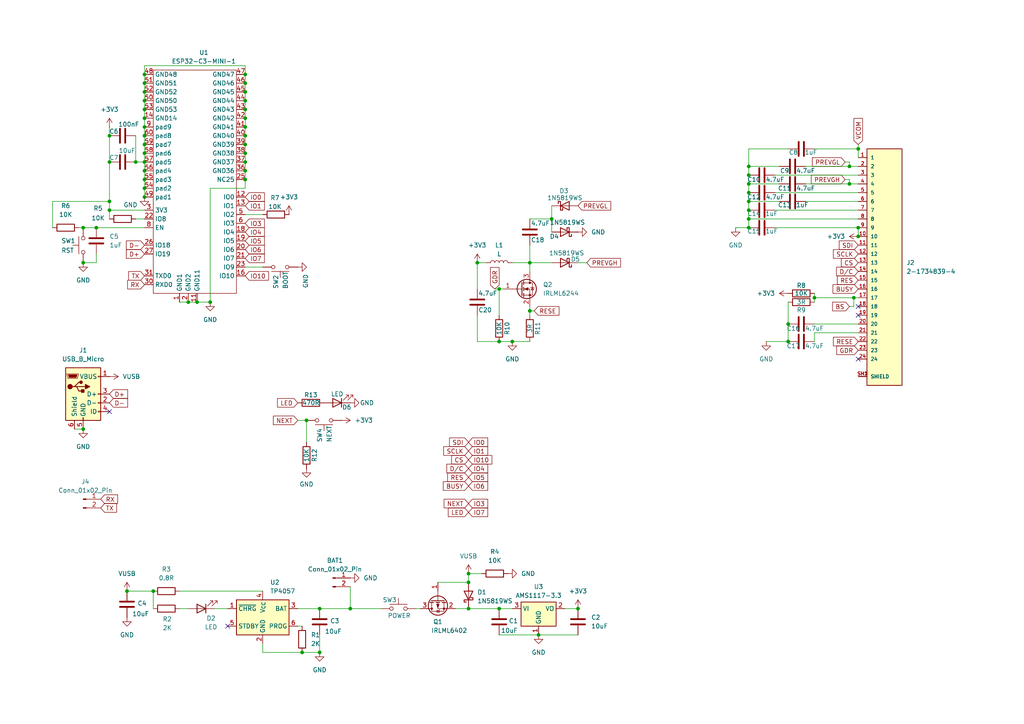
<source format=kicad_sch>
(kicad_sch (version 20250114) (generator "eeschema") (generator_version "9.0")
  (paper "A4")
  (title_block (title "Omni Pin") (date "2025-06-26") (rev "V1.0"))
  (lib_symbols
    (symbol "Battery_Management:TP4057"
      (property "Reference" "U" (at -6.35 6.604 0))
      (property "Value" "TP4057" (at 1.524 6.604 0))
      (symbol "TP4057_1_1"
        (pin open_collector line (at -10.16 2.54 0) (length 2.54) (name "~{CHRG}") (number "1"))
        (pin open_collector line (at -10.16 -2.54 0) (length 2.54) (name "STDBY") (number "5"))
        (pin power_in line (at 0 7.62 270) (length 2.54) (name "V_{CC}") (number "4"))
        (pin power_in line (at 0 -7.62 90) (length 2.54) (name "GND") (number "2"))
        (pin power_out line (at 10.16 2.54 180) (length 2.54) (name "BAT") (number "3"))
        (pin passive line (at 10.16 -2.54 180) (length 2.54) (name "PROG") (number "6"))
      )
    )
    (symbol "Connector:Conn_01x02_Pin" (pin_names (offset 1.016) (hide yes))
      (property "Reference" "J" (at 0 2.54 0))
      (property "Value" "Conn_01x02_Pin" (at 0 -5.08 0))
      (symbol "Conn_01x02_Pin_1_1"
        (pin passive line (at 5.08 0 180) (length 3.81) (name "Pin_1") (number "1"))
        (pin passive line (at 5.08 -2.54 180) (length 3.81) (name "Pin_2") (number "2"))
      )
    )
    (symbol "Connector:USB_B_Micro" (pin_names (offset 1.016))
      (property "Reference" "J" (at -5.08 11.43 0))
      (property "Value" "USB_B_Micro" (at -5.08 8.89 0))
      (symbol "USB_B_Micro_1_1"
        (pin passive line (at -2.54 -10.16 90) (length 2.54) (name "Shield") (number "6"))
        (pin power_out line (at 0 -10.16 90) (length 2.54) (name "GND") (number "5"))
        (pin power_out line (at 7.62 5.08 180) (length 2.54) (name "VBUS") (number "1"))
        (pin bidirectional line (at 7.62 0 180) (length 2.54) (name "D+") (number "3"))
        (pin bidirectional line (at 7.62 -2.54 180) (length 2.54) (name "D-") (number "2"))
        (pin passive line (at 7.62 -5.08 180) (length 2.54) (name "ID") (number "4"))
      )
    )
    (symbol "Device:C" (pin_numbers (hide yes)) (pin_names (offset 0.254))
      (property "Reference" "C" (at 0.635 2.54 0))
      (property "Value" "C" (at 0.635 -2.54 0))
      (symbol "C_1_1"
        (pin passive line (at 0 3.81 270) (length 2.794) (name "~") (number "1"))
        (pin passive line (at 0 -3.81 90) (length 2.794) (name "~") (number "2"))
      )
    )
    (symbol "Device:L" (pin_numbers (hide yes)) (pin_names (offset 1.016) (hide yes))
      (property "Reference" "L" (at -1.27 0 90))
      (property "Value" "L" (at 1.905 0 90))
      (symbol "L_1_1"
        (pin passive line (at 0 3.81 270) (length 1.27) (name "1") (number "1"))
        (pin passive line (at 0 -3.81 90) (length 1.27) (name "2") (number "2"))
      )
    )
    (symbol "Device:LED" (pin_numbers (hide yes)) (pin_names (offset 1.016) (hide yes))
      (property "Reference" "D" (at 0 2.54 0))
      (property "Value" "LED" (at 0 -2.54 0))
      (symbol "LED_1_1"
        (pin passive line (at -3.81 0 0) (length 2.54) (name "K") (number "1"))
        (pin passive line (at 3.81 0 180) (length 2.54) (name "A") (number "2"))
      )
    )
    (symbol "Device:R" (pin_numbers (hide yes)) (pin_names (offset 0))
      (property "Reference" "R" (at 2.032 0 90))
      (property "Value" "R" (at 0 0 90))
      (symbol "R_1_1"
        (pin passive line (at 0 3.81 270) (length 1.27) (name "~") (number "1"))
        (pin passive line (at 0 -3.81 90) (length 1.27) (name "~") (number "2"))
      )
    )
    (symbol "Diode:1N5819WS" (pin_numbers (hide yes)) (pin_names (offset 1.016) (hide yes))
      (property "Reference" "D" (at 0 2.54 0))
      (property "Value" "1N5819WS" (at 0 -2.54 0))
      (symbol "1N5819WS_1_1"
        (pin passive line (at -3.81 0 0) (length 2.54) (name "K") (number "1"))
        (pin passive line (at 3.81 0 180) (length 2.54) (name "A") (number "2"))
      )
    )
    (symbol "ESP32:ESP32-C3-MINI-1"
      (property "Reference" "U" (at 10.16 -17.78 0))
      (property "Value" "ESP32-C3-MINI-1" (at 15.24 -21.59 0))
      (symbol "ESP32-C3-MINI-1_0_0"
        (text "" (at 6.35 -25.4 0) (effects (font (size 1.27 1.27))))
        (text "" (at 16.51 2.54 0) (effects (font (size 1.27 1.27))))
        (pin power_out line (at -15.24 46.99 0) (length 2.54) (name "GND48") (number "48"))
        (pin power_out line (at -15.24 44.45 0) (length 2.54) (name "GND51") (number "51"))
        (pin power_out line (at -15.24 41.91 0) (length 2.54) (name "GND52") (number "52"))
        (pin power_out line (at -15.24 39.37 0) (length 2.54) (name "GND50") (number "50"))
        (pin power_out line (at -15.24 36.83 0) (length 2.54) (name "GND53") (number "53"))
        (pin power_out line (at -15.24 34.29 0) (length 2.54) (name "GND14") (number "14"))
        (pin power_out line (at -15.24 29.21 0) (length 2.54) (name "pad8") (number "60"))
        (pin power_out line (at -15.24 26.67 0) (length 2.54) (name "pad7") (number "59"))
        (pin power_out line (at -15.24 24.13 0) (length 2.54) (name "pad6") (number "58"))
        (pin power_out line (at -15.24 21.59 0) (length 2.54) (name "pad5") (number "57"))
        (pin power_out line (at -15.24 19.05 0) (length 2.54) (name "pad4") (number "56"))
        (pin power_out line (at -15.24 16.51 0) (length 2.54) (name "pad3") (number "55"))
        (pin power_out line (at -15.24 13.97 0) (length 2.54) (name "pad2") (number "54"))
        (pin power_out line (at -15.24 11.43 0) (length 2.54) (name "pad1") (number "49"))
        (pin power_out line (at -2.54 -19.05 90) (length 2.54) (name "GND2") (number "2"))
        (pin power_out line (at 0 -19.05 90) (length 2.54) (name "GND11") (number "11"))
        (pin power_out line (at 13.97 46.99 180) (length 2.54) (name "GND47") (number "47"))
        (pin power_out line (at 13.97 44.45 180) (length 2.54) (name "GND46") (number "46"))
        (pin power_out line (at 13.97 41.91 180) (length 2.54) (name "GND45") (number "45"))
        (pin power_out line (at 13.97 39.37 180) (length 2.54) (name "GND44") (number "44"))
        (pin power_out line (at 13.97 36.83 180) (length 2.54) (name "GND43") (number "43"))
        (pin power_out line (at 13.97 34.29 180) (length 2.54) (name "GND42") (number "42"))
        (pin power_out line (at 13.97 31.75 180) (length 2.54) (name "GND41") (number "41"))
        (pin power_out line (at 13.97 29.21 180) (length 2.54) (name "GND40") (number "40"))
        (pin power_out line (at 13.97 26.67 180) (length 2.54) (name "GND39") (number "39"))
        (pin power_out line (at 13.97 24.13 180) (length 2.54) (name "GND38") (number "38"))
        (pin power_out line (at 13.97 21.59 180) (length 2.54) (name "GND37") (number "37"))
        (pin power_out line (at 13.97 19.05 180) (length 2.54) (name "GND36") (number "36"))
      )
      (symbol "ESP32-C3-MINI-1_1_1"
        (pin power_out line (at -15.24 31.75 0) (length 2.54) (name "pad9") (number "9"))
        (pin power_in line (at -15.24 7.62 0) (length 2.54) (name "3V3") (number "3"))
        (pin input line (at -15.24 5.08 0) (length 2.54) (name "IO8") (number "22"))
        (pin input line (at -15.24 2.54 0) (length 2.54) (name "EN") (number "8"))
        (pin input line (at -15.24 -2.54 0) (length 2.54) (name "IO18") (number "26"))
        (pin input line (at -15.24 -5.08 0) (length 2.54) (name "IO19") (number "27"))
        (pin output line (at -15.24 -11.43 0) (length 2.54) (name "TXD0") (number "31"))
        (pin input line (at -15.24 -13.97 0) (length 2.54) (name "RXD0") (number "30"))
        (pin power_out line (at -5.08 -19.05 90) (length 2.54) (name "GND1") (number "1"))
        (pin power_out line (at 13.97 16.51 180) (length 2.54) (name "NC25") (number "25"))
        (pin input line (at 13.97 11.43 180) (length 2.54) (name "IO0") (number "12"))
        (pin input line (at 13.97 8.89 180) (length 2.54) (name "IO1") (number "13"))
        (pin input line (at 13.97 6.35 180) (length 2.54) (name "IO2") (number "5"))
        (pin input line (at 13.97 3.81 180) (length 2.54) (name "IO3") (number "6"))
        (pin input line (at 13.97 1.27 180) (length 2.54) (name "IO4") (number "18"))
        (pin input line (at 13.97 -1.27 180) (length 2.54) (name "IO5") (number "19"))
        (pin input line (at 13.97 -3.81 180) (length 2.54) (name "IO6") (number "20"))
        (pin input line (at 13.97 -6.35 180) (length 2.54) (name "IO7") (number "21"))
        (pin input line (at 13.97 -8.89 180) (length 2.54) (name "IO9") (number "23"))
        (pin input line (at 13.97 -11.43 180) (length 2.54) (name "IO10") (number "16"))
        (pin no_connect line (at 46.355 20.955 270) (length 2.54) (hide yes) (name "NC4") (number "4"))
        (pin no_connect line (at 48.26 20.955 270) (length 2.54) (hide yes) (name "NC7") (number "7"))
        (pin no_connect line (at 52.07 20.955 270) (length 2.54) (hide yes) (name "NC10") (number "10"))
        (pin no_connect line (at 53.975 20.955 270) (length 2.54) (hide yes) (name "NC15") (number "15"))
        (pin no_connect line (at 54.61 20.955 270) (length 2.54) (hide yes) (name "NC24") (number "24"))
        (pin no_connect line (at 55.88 20.955 270) (length 2.54) (hide yes) (name "NC17") (number "17"))
        (pin no_connect line (at 58.42 20.955 270) (length 2.54) (hide yes) (name "NC28") (number "28"))
        (pin no_connect line (at 60.325 20.955 270) (length 2.54) (hide yes) (name "NC29") (number "29"))
        (pin no_connect line (at 62.23 20.955 270) (length 2.54) (hide yes) (name "NC32") (number "32"))
        (pin no_connect line (at 64.135 20.955 270) (length 2.54) (hide yes) (name "NC33") (number "33"))
        (pin no_connect line (at 66.04 20.955 270) (length 2.54) (hide yes) (name "NC34") (number "34"))
        (pin no_connect line (at 67.945 20.955 270) (length 2.54) (hide yes) (name "NC35") (number "35"))
      )
    )
    (symbol "FPC:2-1734839-4" (pin_names (offset 1.016))
      (property "Reference" "J" (at -5.0895 33.6848 0))
      (property "Value" "2-1734839-4" (at -5.0985 -38.1646 0))
      (symbol "2-1734839-4_0_0"
        (pin passive line (at -7.62 30.48 0) (length 2.54) (name "1") (number "1"))
        (pin passive line (at -7.62 27.94 0) (length 2.54) (name "2") (number "2"))
        (pin passive line (at -7.62 25.4 0) (length 2.54) (name "3") (number "3"))
        (pin passive line (at -7.62 22.86 0) (length 2.54) (name "4") (number "4"))
        (pin passive line (at -7.62 20.32 0) (length 2.54) (name "5") (number "5"))
        (pin passive line (at -7.62 17.78 0) (length 2.54) (name "6") (number "6"))
        (pin passive line (at -7.62 15.24 0) (length 2.54) (name "7") (number "7"))
        (pin passive line (at -7.62 12.7 0) (length 2.54) (name "8") (number "8"))
        (pin passive line (at -7.62 10.16 0) (length 2.54) (name "9") (number "9"))
        (pin passive line (at -7.62 7.62 0) (length 2.54) (name "10") (number "10"))
        (pin passive line (at -7.62 5.08 0) (length 2.54) (name "11") (number "11"))
        (pin passive line (at -7.62 2.54 0) (length 2.54) (name "12") (number "12"))
        (pin passive line (at -7.62 0 0) (length 2.54) (name "13") (number "13"))
        (pin passive line (at -7.62 -2.54 0) (length 2.54) (name "14") (number "14"))
        (pin passive line (at -7.62 -5.08 0) (length 2.54) (name "15") (number "15"))
        (pin passive line (at -7.62 -7.62 0) (length 2.54) (name "16") (number "16"))
        (pin passive line (at -7.62 -10.16 0) (length 2.54) (name "17") (number "17"))
        (pin passive line (at -7.62 -12.7 0) (length 2.54) (name "18") (number "18"))
        (pin passive line (at -7.62 -15.24 0) (length 2.54) (name "19") (number "19"))
        (pin passive line (at -7.62 -17.78 0) (length 2.54) (name "20") (number "20"))
        (pin passive line (at -7.62 -20.32 0) (length 2.54) (name "21") (number "21"))
        (pin passive line (at -7.62 -22.86 0) (length 2.54) (name "22") (number "22"))
        (pin passive line (at -7.62 -25.4 0) (length 2.54) (name "23") (number "23"))
        (pin passive line (at -7.62 -27.94 0) (length 2.54) (name "24") (number "24"))
        (pin passive line (at -7.62 -33.02 0) (length 2.54) (name "SHIELD") (number "SH1"))
        (pin passive line (at -7.62 -33.02 0) (length 2.54) (name "SHIELD") (number "SH2"))
      )
    )
    (symbol "Regulator_Linear:AMS1117-3.3"
      (property "Reference" "U" (at -3.81 3.175 0))
      (property "Value" "AMS1117-3.3" (at 0 3.175 0))
      (symbol "AMS1117-3.3_1_1"
        (pin power_in line (at -7.62 0 0) (length 2.54) (name "VI") (number "3"))
        (pin power_in line (at 0 -7.62 90) (length 2.54) (name "GND") (number "1"))
        (pin power_out line (at 7.62 0 180) (length 2.54) (name "VO") (number "2"))
      )
    )
    (symbol "Switch:SW_Push" (pin_numbers (hide yes)) (pin_names (offset 1.016) (hide yes))
      (property "Reference" "SW" (at 1.27 2.54 0))
      (property "Value" "SW_Push" (at 0 -1.524 0))
      (symbol "SW_Push_0_1"
        (pin passive line (at -5.08 0 0) (length 2.54) (name "1") (number "1"))
        (pin passive line (at 5.08 0 180) (length 2.54) (name "2") (number "2"))
      )
    )
    (symbol "Transistor_FET:IRLML6244" (pin_names (hide yes))
      (property "Reference" "Q" (at 5.08 1.905 0))
      (property "Value" "IRLML6244" (at 5.08 0 0))
      (symbol "IRLML6244_1_1"
        (pin input line (at -5.08 0 0) (length 2.54) (name "G") (number "1"))
        (pin passive line (at 2.54 5.08 270) (length 2.54) (name "D") (number "3"))
        (pin passive line (at 2.54 -5.08 90) (length 2.54) (name "S") (number "2"))
      )
    )
    (symbol "Transistor_FET:IRLML6402" (pin_names (hide yes))
      (property "Reference" "Q" (at 5.08 1.905 0))
      (property "Value" "IRLML6402" (at 5.08 0 0))
      (symbol "IRLML6402_1_1"
        (pin input line (at -5.08 0 0) (length 2.54) (name "G") (number "1"))
        (pin passive line (at 2.54 5.08 270) (length 2.54) (name "D") (number "3"))
        (pin passive line (at 2.54 -5.08 90) (length 2.54) (name "S") (number "2"))
      )
    )
    (symbol "power:+3V3" (power) (pin_numbers (hide yes)) (pin_names (offset 0) (hide yes))
      (property "Value" "+3V3" (at 0 3.556 0))
      (symbol "+3V3_1_1"
        (pin power_in line (at 0 0 90) (length 0) (name "~") (number "1"))
      )
    )
    (symbol "power:GND" (power) (pin_numbers (hide yes)) (pin_names (offset 0) (hide yes))
      (property "Value" "GND" (at 0 -3.81 0))
      (symbol "GND_1_1"
        (pin power_in line (at 0 0 270) (length 0) (name "~") (number "1"))
      )
    )
    (symbol "power:VBUS" (power) (pin_numbers (hide yes)) (pin_names (offset 0) (hide yes))
      (property "Value" "VBUS" (at 0 3.556 0))
      (symbol "VBUS_1_1"
        (pin power_in line (at 0 0 90) (length 0) (name "~") (number "1"))
      )
    )
  )
  (junction (at 144.78 99.06))
  (junction (at 41.91 57.15))
  (junction (at 135.89 168.91))
  (junction (at 41.91 54.61))
  (junction (at 236.22 86.36))
  (junction (at 41.91 29.21))
  (junction (at 71.12 46.99))
  (junction (at 41.91 31.75))
  (junction (at 41.91 36.83))
  (junction (at 247.65 86.36))
  (junction (at 60.96 87.63))
  (junction (at 217.17 53.34))
  (junction (at 248.92 43.18))
  (junction (at 144.78 176.53))
  (junction (at 248.92 66.04))
  (junction (at 31.75 58.42))
  (junction (at 41.91 44.45))
  (junction (at 217.17 66.04))
  (junction (at 156.21 184.15))
  (junction (at 153.67 90.17))
  (junction (at 39.37 46.99))
  (junction (at 54.61 87.63))
  (junction (at 31.75 46.99))
  (junction (at 31.75 39.37))
  (junction (at 41.91 26.67))
  (junction (at 71.12 41.91))
  (junction (at 217.17 58.42))
  (junction (at 41.91 41.91))
  (junction (at 246.38 48.26))
  (junction (at 71.12 52.07))
  (junction (at 24.13 124.46))
  (junction (at 31.75 60.96))
  (junction (at 144.78 83.82))
  (junction (at 248.92 68.58))
  (junction (at 88.9 121.92))
  (junction (at 71.12 24.13))
  (junction (at 148.59 99.06))
  (junction (at 71.12 36.83))
  (junction (at 160.02 63.5))
  (junction (at 71.12 26.67))
  (junction (at 217.17 50.8))
  (junction (at 41.91 46.99))
  (junction (at 44.45 171.45))
  (junction (at 228.6 93.98))
  (junction (at 71.12 34.29))
  (junction (at 101.6 176.53))
  (junction (at 138.43 76.2))
  (junction (at 246.38 53.34))
  (junction (at 217.17 60.96))
  (junction (at 71.12 21.59))
  (junction (at 92.71 189.23))
  (junction (at 41.91 52.07))
  (junction (at 217.17 48.26))
  (junction (at 24.13 76.2))
  (junction (at 41.91 24.13))
  (junction (at 36.83 171.45))
  (junction (at 217.17 55.88))
  (junction (at 71.12 44.45))
  (junction (at 57.15 87.63))
  (junction (at 87.63 189.23))
  (junction (at 153.67 76.2))
  (junction (at 41.91 34.29))
  (junction (at 27.94 66.04))
  (junction (at 71.12 31.75))
  (junction (at 135.89 166.37))
  (junction (at 24.13 66.04))
  (junction (at 71.12 49.53))
  (junction (at 217.17 63.5))
  (junction (at 228.6 99.06))
  (junction (at 135.89 176.53))
  (junction (at 41.91 49.53))
  (junction (at 71.12 29.21))
  (junction (at 167.64 176.53))
  (junction (at 71.12 39.37))
  (junction (at 41.91 21.59))
  (junction (at 92.71 176.53))
  (junction (at 41.91 39.37))
  (no_connect (at 248.92 91.44))
  (no_connect (at 248.92 88.9))
  (no_connect (at 66.04 181.61))
  (no_connect (at 31.75 119.38))
  (no_connect (at 248.92 104.14))
  (wire (pts (xy 27.94 76.2) (xy 27.94 73.66)))
  (wire (pts (xy 52.07 87.63) (xy 54.61 87.63)))
  (wire (pts (xy 247.65 88.9) (xy 247.65 86.36)))
  (wire (pts (xy 247.65 86.36) (xy 248.92 86.36)))
  (wire (pts (xy 153.67 71.12) (xy 153.67 76.2)))
  (wire (pts (xy 236.22 86.36) (xy 236.22 87.63)))
  (wire (pts (xy 60.96 54.61) (xy 71.12 54.61)))
  (wire (pts (xy 144.78 176.53) (xy 148.59 176.53)))
  (wire (pts (xy 135.89 166.37) (xy 135.89 168.91)))
  (wire (pts (xy 31.75 58.42) (xy 31.75 60.96)))
  (wire (pts (xy 156.21 184.15) (xy 167.64 184.15)))
  (wire (pts (xy 236.22 85.09) (xy 236.22 86.36)))
  (wire (pts (xy 222.25 99.06) (xy 228.6 99.06)))
  (wire (pts (xy 224.79 60.96) (xy 248.92 60.96)))
  (wire (pts (xy 248.92 41.91) (xy 248.92 43.18)))
  (wire (pts (xy 71.12 31.75) (xy 71.12 34.29)))
  (wire (pts (xy 144.78 184.15) (xy 156.21 184.15)))
  (wire (pts (xy 154.94 90.17) (xy 153.67 90.17)))
  (wire (pts (xy 228.6 93.98) (xy 228.6 99.06)))
  (wire (pts (xy 31.75 46.99) (xy 31.75 58.42)))
  (wire (pts (xy 224.79 50.8) (xy 248.92 50.8)))
  (wire (pts (xy 246.38 48.26) (xy 248.92 48.26)))
  (wire (pts (xy 87.63 189.23) (xy 92.71 189.23)))
  (wire (pts (xy 144.78 83.82) (xy 146.05 83.82)))
  (wire (pts (xy 71.12 54.61) (xy 71.12 52.07)))
  (wire (pts (xy 24.13 76.2) (xy 27.94 76.2)))
  (wire (pts (xy 41.91 21.59) (xy 41.91 24.13)))
  (wire (pts (xy 41.91 49.53) (xy 41.91 52.07)))
  (wire (pts (xy 246.38 46.99) (xy 246.38 48.26)))
  (wire (pts (xy 101.6 170.18) (xy 101.6 176.53)))
  (wire (pts (xy 248.92 66.04) (xy 248.92 68.58)))
  (wire (pts (xy 71.12 41.91) (xy 71.12 44.45)))
  (wire (pts (xy 71.12 34.29) (xy 71.12 36.83)))
  (wire (pts (xy 39.37 46.99) (xy 41.91 46.99)))
  (wire (pts (xy 76.2 189.23) (xy 87.63 189.23)))
  (wire (pts (xy 52.07 176.53) (xy 54.61 176.53)))
  (wire (pts (xy 15.24 58.42) (xy 15.24 66.04)))
  (wire (pts (xy 92.71 189.23) (xy 92.71 184.15)))
  (wire (pts (xy 41.91 26.67) (xy 41.91 29.21)))
  (wire (pts (xy 153.67 76.2) (xy 160.02 76.2)))
  (wire (pts (xy 71.12 77.47) (xy 76.2 77.47)))
  (wire (pts (xy 62.23 176.53) (xy 66.04 176.53)))
  (wire (pts (xy 41.91 39.37) (xy 41.91 41.91)))
  (wire (pts (xy 248.92 43.18) (xy 248.92 45.72)))
  (wire (pts (xy 167.64 76.2) (xy 170.18 76.2)))
  (wire (pts (xy 138.43 76.2) (xy 140.97 76.2)))
  (wire (pts (xy 217.17 53.34) (xy 226.06 53.34)))
  (wire (pts (xy 143.51 83.82) (xy 144.78 83.82)))
  (wire (pts (xy 31.75 39.37) (xy 31.75 46.99)))
  (wire (pts (xy 217.17 53.34) (xy 217.17 55.88)))
  (wire (pts (xy 120.65 176.53) (xy 121.92 176.53)))
  (wire (pts (xy 31.75 58.42) (xy 15.24 58.42)))
  (wire (pts (xy 41.91 29.21) (xy 41.91 31.75)))
  (wire (pts (xy 22.86 66.04) (xy 24.13 66.04)))
  (wire (pts (xy 217.17 60.96) (xy 217.17 63.5)))
  (wire (pts (xy 24.13 66.04) (xy 27.94 66.04)))
  (wire (pts (xy 153.67 99.06) (xy 148.59 99.06)))
  (wire (pts (xy 101.6 176.53) (xy 110.49 176.53)))
  (wire (pts (xy 217.17 55.88) (xy 217.17 58.42)))
  (wire (pts (xy 236.22 86.36) (xy 247.65 86.36)))
  (wire (pts (xy 224.79 55.88) (xy 248.92 55.88)))
  (wire (pts (xy 236.22 96.52) (xy 248.92 96.52)))
  (wire (pts (xy 71.12 39.37) (xy 71.12 41.91)))
  (wire (pts (xy 217.17 58.42) (xy 226.06 58.42)))
  (wire (pts (xy 233.68 48.26) (xy 246.38 48.26)))
  (wire (pts (xy 236.22 93.98) (xy 248.92 93.98)))
  (wire (pts (xy 31.75 63.5) (xy 31.75 60.96)))
  (wire (pts (xy 246.38 53.34) (xy 233.68 53.34)))
  (wire (pts (xy 44.45 171.45) (xy 44.45 176.53)))
  (wire (pts (xy 39.37 39.37) (xy 39.37 46.99)))
  (wire (pts (xy 36.83 171.45) (xy 44.45 171.45)))
  (wire (pts (xy 246.38 88.9) (xy 247.65 88.9)))
  (wire (pts (xy 41.91 24.13) (xy 41.91 26.67)))
  (wire (pts (xy 127 168.91) (xy 135.89 168.91)))
  (wire (pts (xy 41.91 19.05) (xy 71.12 19.05)))
  (wire (pts (xy 71.12 62.23) (xy 76.2 62.23)))
  (wire (pts (xy 245.11 46.99) (xy 246.38 46.99)))
  (wire (pts (xy 246.38 52.07) (xy 246.38 53.34)))
  (wire (pts (xy 60.96 87.63) (xy 60.96 54.61)))
  (wire (pts (xy 139.7 166.37) (xy 135.89 166.37)))
  (wire (pts (xy 41.91 52.07) (xy 41.91 54.61)))
  (wire (pts (xy 76.2 186.69) (xy 76.2 189.23)))
  (wire (pts (xy 86.36 121.92) (xy 88.9 121.92)))
  (wire (pts (xy 71.12 29.21) (xy 71.12 31.75)))
  (wire (pts (xy 153.67 63.5) (xy 160.02 63.5)))
  (wire (pts (xy 71.12 24.13) (xy 71.12 26.67)))
  (wire (pts (xy 71.12 52.07) (xy 71.12 49.53)))
  (wire (pts (xy 233.68 58.42) (xy 248.92 58.42)))
  (wire (pts (xy 21.59 124.46) (xy 24.13 124.46)))
  (wire (pts (xy 41.91 41.91) (xy 41.91 44.45)))
  (wire (pts (xy 39.37 63.5) (xy 41.91 63.5)))
  (wire (pts (xy 71.12 19.05) (xy 71.12 21.59)))
  (wire (pts (xy 92.71 176.53) (xy 101.6 176.53)))
  (wire (pts (xy 71.12 36.83) (xy 71.12 39.37)))
  (wire (pts (xy 144.78 83.82) (xy 144.78 91.44)))
  (wire (pts (xy 217.17 63.5) (xy 248.92 63.5)))
  (wire (pts (xy 217.17 50.8) (xy 217.17 53.34)))
  (wire (pts (xy 86.36 176.53) (xy 92.71 176.53)))
  (wire (pts (xy 153.67 90.17) (xy 153.67 91.44)))
  (wire (pts (xy 217.17 63.5) (xy 217.17 66.04)))
  (wire (pts (xy 57.15 87.63) (xy 60.96 87.63)))
  (wire (pts (xy 41.91 57.15) (xy 41.91 54.61)))
  (wire (pts (xy 132.08 176.53) (xy 135.89 176.53)))
  (wire (pts (xy 228.6 43.18) (xy 217.17 43.18)))
  (wire (pts (xy 41.91 44.45) (xy 41.91 46.99)))
  (wire (pts (xy 213.36 66.04) (xy 217.17 66.04)))
  (wire (pts (xy 144.78 99.06) (xy 148.59 99.06)))
  (wire (pts (xy 31.75 60.96) (xy 41.91 60.96)))
  (wire (pts (xy 41.91 21.59) (xy 41.91 19.05)))
  (wire (pts (xy 148.59 76.2) (xy 153.67 76.2)))
  (wire (pts (xy 160.02 63.5) (xy 160.02 67.31)))
  (wire (pts (xy 41.91 34.29) (xy 41.91 36.83)))
  (wire (pts (xy 217.17 48.26) (xy 217.17 50.8)))
  (wire (pts (xy 217.17 48.26) (xy 226.06 48.26)))
  (wire (pts (xy 41.91 31.75) (xy 41.91 34.29)))
  (wire (pts (xy 248.92 43.18) (xy 236.22 43.18)))
  (wire (pts (xy 52.07 171.45) (xy 76.2 171.45)))
  (wire (pts (xy 41.91 46.99) (xy 41.91 49.53)))
  (wire (pts (xy 138.43 91.44) (xy 138.43 99.06)))
  (wire (pts (xy 86.36 181.61) (xy 87.63 181.61)))
  (wire (pts (xy 135.89 176.53) (xy 144.78 176.53)))
  (wire (pts (xy 228.6 87.63) (xy 228.6 93.98)))
  (wire (pts (xy 217.17 43.18) (xy 217.17 48.26)))
  (wire (pts (xy 160.02 59.69) (xy 160.02 63.5)))
  (wire (pts (xy 88.9 128.27) (xy 88.9 121.92)))
  (wire (pts (xy 246.38 53.34) (xy 248.92 53.34)))
  (wire (pts (xy 163.83 176.53) (xy 167.64 176.53)))
  (wire (pts (xy 27.94 66.04) (xy 41.91 66.04)))
  (wire (pts (xy 245.11 52.07) (xy 246.38 52.07)))
  (wire (pts (xy 71.12 21.59) (xy 71.12 24.13)))
  (wire (pts (xy 236.22 99.06) (xy 236.22 96.52)))
  (wire (pts (xy 54.61 87.63) (xy 57.15 87.63)))
  (wire (pts (xy 138.43 83.82) (xy 138.43 76.2)))
  (wire (pts (xy 71.12 44.45) (xy 71.12 46.99)))
  (wire (pts (xy 224.79 66.04) (xy 248.92 66.04)))
  (wire (pts (xy 31.75 36.83) (xy 31.75 39.37)))
  (wire (pts (xy 71.12 46.99) (xy 71.12 49.53)))
  (wire (pts (xy 71.12 26.67) (xy 71.12 29.21)))
  (wire (pts (xy 153.67 88.9) (xy 153.67 90.17)))
  (wire (pts (xy 41.91 36.83) (xy 41.91 39.37)))
  (wire (pts (xy 138.43 99.06) (xy 144.78 99.06)))
  (wire (pts (xy 153.67 76.2) (xy 153.67 78.74)))
  (wire (pts (xy 217.17 58.42) (xy 217.17 60.96)))
  (global_label "IO5" (shape input) (at 71.12 69.85 0) (property "Intersheetrefs" "${INTERSHEET_REFS}" (effects (hide yes))))
  (global_label "LED" (shape input) (at 86.36 116.84 180) (property "Intersheetrefs" "${INTERSHEET_REFS}" (effects (hide yes))))
  (global_label "LED" (shape input) (at 135.89 148.59 180) (property "Intersheetrefs" "${INTERSHEET_REFS}" (effects (hide yes))))
  (global_label "IO0" (shape input) (at 71.12 57.15 0) (property "Intersheetrefs" "${INTERSHEET_REFS}" (effects (hide yes))))
  (global_label "PREVGH" (shape input) (at 170.18 76.2 0) (property "Intersheetrefs" "${INTERSHEET_REFS}" (effects (hide yes))))
  (global_label "D-" (shape input) (at 31.75 116.84 0) (property "Intersheetrefs" "${INTERSHEET_REFS}" (effects (hide yes))))
  (global_label "CS" (shape input) (at 248.92 76.2 180) (property "Intersheetrefs" "${INTERSHEET_REFS}" (effects (hide yes))))
  (global_label "IO5" (shape input) (at 135.89 138.43 0) (property "Intersheetrefs" "${INTERSHEET_REFS}" (effects (hide yes))))
  (global_label "RX" (shape input) (at 41.91 82.55 180) (property "Intersheetrefs" "${INTERSHEET_REFS}" (effects (hide yes))))
  (global_label "IO6" (shape input) (at 71.12 72.39 0) (property "Intersheetrefs" "${INTERSHEET_REFS}" (effects (hide yes))))
  (global_label "RESE" (shape input) (at 154.94 90.17 0) (property "Intersheetrefs" "${INTERSHEET_REFS}" (effects (hide yes))))
  (global_label "D+" (shape input) (at 31.75 114.3 0) (property "Intersheetrefs" "${INTERSHEET_REFS}" (effects (hide yes))))
  (global_label "IO10" (shape input) (at 135.89 133.35 0) (property "Intersheetrefs" "${INTERSHEET_REFS}" (effects (hide yes))))
  (global_label "IO3" (shape input) (at 135.89 146.05 0) (property "Intersheetrefs" "${INTERSHEET_REFS}" (effects (hide yes))))
  (global_label "BUSY" (shape input) (at 248.92 83.82 180) (property "Intersheetrefs" "${INTERSHEET_REFS}" (effects (hide yes))))
  (global_label "GDR" (shape input) (at 248.92 101.6 180) (property "Intersheetrefs" "${INTERSHEET_REFS}" (effects (hide yes))))
  (global_label "D{slash}C" (shape input) (at 135.89 135.89 180) (property "Intersheetrefs" "${INTERSHEET_REFS}" (effects (hide yes))))
  (global_label "D-" (shape input) (at 41.91 71.12 180) (property "Intersheetrefs" "${INTERSHEET_REFS}" (effects (hide yes))))
  (global_label "SDI" (shape input) (at 135.89 128.27 180) (property "Intersheetrefs" "${INTERSHEET_REFS}" (effects (hide yes))))
  (global_label "D{slash}C" (shape input) (at 248.92 78.74 180) (property "Intersheetrefs" "${INTERSHEET_REFS}" (effects (hide yes))))
  (global_label "IO3" (shape input) (at 71.12 64.77 0) (property "Intersheetrefs" "${INTERSHEET_REFS}" (effects (hide yes))))
  (global_label "PREVGH" (shape input) (at 245.11 52.07 180) (property "Intersheetrefs" "${INTERSHEET_REFS}" (effects (hide yes))))
  (global_label "GDR" (shape input) (at 143.51 83.82 90) (property "Intersheetrefs" "${INTERSHEET_REFS}" (effects (hide yes))))
  (global_label "RESE" (shape input) (at 248.92 99.06 180) (property "Intersheetrefs" "${INTERSHEET_REFS}" (effects (hide yes))))
  (global_label "BUSY" (shape input) (at 135.89 140.97 180) (property "Intersheetrefs" "${INTERSHEET_REFS}" (effects (hide yes))))
  (global_label "IO4" (shape input) (at 135.89 135.89 0) (property "Intersheetrefs" "${INTERSHEET_REFS}" (effects (hide yes))))
  (global_label "IO1" (shape input) (at 71.12 59.69 0) (property "Intersheetrefs" "${INTERSHEET_REFS}" (effects (hide yes))))
  (global_label "RES" (shape input) (at 248.92 81.28 180) (property "Intersheetrefs" "${INTERSHEET_REFS}" (effects (hide yes))))
  (global_label "BS" (shape input) (at 246.38 88.9 180) (property "Intersheetrefs" "${INTERSHEET_REFS}" (effects (hide yes))))
  (global_label "NEXT" (shape input) (at 86.36 121.92 180) (property "Intersheetrefs" "${INTERSHEET_REFS}" (effects (hide yes))))
  (global_label "SDI" (shape input) (at 248.92 71.12 180) (property "Intersheetrefs" "${INTERSHEET_REFS}" (effects (hide yes))))
  (global_label "NEXT" (shape input) (at 135.89 146.05 180) (property "Intersheetrefs" "${INTERSHEET_REFS}" (effects (hide yes))))
  (global_label "SCLK" (shape input) (at 135.89 130.81 180) (property "Intersheetrefs" "${INTERSHEET_REFS}" (effects (hide yes))))
  (global_label "TX" (shape input) (at 29.21 147.32 0) (property "Intersheetrefs" "${INTERSHEET_REFS}" (effects (hide yes))))
  (global_label "TX" (shape input) (at 41.91 80.01 180) (property "Intersheetrefs" "${INTERSHEET_REFS}" (effects (hide yes))))
  (global_label "RES" (shape input) (at 135.89 138.43 180) (property "Intersheetrefs" "${INTERSHEET_REFS}" (effects (hide yes))))
  (global_label "CS" (shape input) (at 135.89 133.35 180) (property "Intersheetrefs" "${INTERSHEET_REFS}" (effects (hide yes))))
  (global_label "VCOM" (shape input) (at 248.92 41.91 90) (property "Intersheetrefs" "${INTERSHEET_REFS}" (effects (hide yes))))
  (global_label "IO7" (shape input) (at 71.12 74.93 0) (property "Intersheetrefs" "${INTERSHEET_REFS}" (effects (hide yes))))
  (global_label "IO10" (shape input) (at 71.12 80.01 0) (property "Intersheetrefs" "${INTERSHEET_REFS}" (effects (hide yes))))
  (global_label "IO7" (shape input) (at 135.89 148.59 0) (property "Intersheetrefs" "${INTERSHEET_REFS}" (effects (hide yes))))
  (global_label "PREVGL" (shape input) (at 167.64 59.69 0) (property "Intersheetrefs" "${INTERSHEET_REFS}" (effects (hide yes))))
  (global_label "IO6" (shape input) (at 135.89 140.97 0) (property "Intersheetrefs" "${INTERSHEET_REFS}" (effects (hide yes))))
  (global_label "SCLK" (shape input) (at 248.92 73.66 180) (property "Intersheetrefs" "${INTERSHEET_REFS}" (effects (hide yes))))
  (global_label "IO1" (shape input) (at 135.89 130.81 0) (property "Intersheetrefs" "${INTERSHEET_REFS}" (effects (hide yes))))
  (global_label "PREVGL" (shape input) (at 245.11 46.99 180) (property "Intersheetrefs" "${INTERSHEET_REFS}" (effects (hide yes))))
  (global_label "D+" (shape input) (at 41.91 73.66 180) (property "Intersheetrefs" "${INTERSHEET_REFS}" (effects (hide yes))))
  (global_label "IO0" (shape input) (at 135.89 128.27 0) (property "Intersheetrefs" "${INTERSHEET_REFS}" (effects (hide yes))))
  (global_label "RX" (shape input) (at 29.21 144.78 0) (property "Intersheetrefs" "${INTERSHEET_REFS}" (effects (hide yes))))
  (global_label "IO4" (shape input) (at 71.12 67.31 0) (property "Intersheetrefs" "${INTERSHEET_REFS}" (effects (hide yes))))
  (symbol (lib_id "Device:C") (at 232.41 93.98 270) (unit 1)
    (property "Reference" "C16" (at 230.124 95.25 90))
    (property "Value" "4.7uF" (at 236.22 95.25 90))
    (property "Footprint" "Capacitor_SMD:C_0603_1608Metric" (effects (hide yes)))
    (property "Description" "Unpolarized capacitor" (effects (hide yes)))
  )
  (symbol (lib_id "Switch:SW_Push") (at 115.57 176.53 0) (unit 1)
    (property "Reference" "SW3" (at 115.062 173.99 0) (effects (justify right)))
    (property "Value" "POWER" (at 119.126 178.562 0) (effects (justify right)))
    (property "Footprint" "Connector_PinHeader_1.27mm:PinHeader_1x02_P1.27mm_Vertical" (effects (hide yes)))
    (property "Description" "Push button switch, generic, two pins" (effects (hide yes)))
  )
  (symbol (lib_id "Device:C") (at 167.64 180.34 0) (unit 1)
    (property "Reference" "C2" (at 171.45 179.0699 0) (effects (justify left)))
    (property "Value" "10uF" (at 171.45 181.6099 0) (effects (justify left)))
    (property "Footprint" "Capacitor_SMD:C_0603_1608Metric" (effects (hide yes)))
    (property "Description" "Unpolarized capacitor" (effects (hide yes)))
  )
  (symbol (lib_id "power:GND") (at 92.71 189.23 0) (unit 1)
    (property "Reference" "#PWR04" (effects (hide yes)))
    (property "Value" "GND" (at 92.71 194.31 0))
    (property "Description" "Power symbol creates a global label with name \"GND\" , ground" (effects (hide yes)))
  )
  (symbol (lib_id "Device:C") (at 27.94 69.85 0) (unit 1)
    (property "Reference" "C5" (at 31.75 68.5799 0) (effects (justify left)))
    (property "Value" "1uF" (at 31.75 71.1199 0) (effects (justify left)))
    (property "Footprint" "Capacitor_SMD:C_0603_1608Metric" (effects (hide yes)))
    (property "Description" "Unpolarized capacitor" (effects (hide yes)))
  )
  (symbol (lib_id "Device:R") (at 48.26 176.53 270) (unit 1)
    (property "Reference" "R2" (at 48.514 179.578 90))
    (property "Value" "2K" (at 48.514 182.118 90))
    (property "Footprint" "Resistor_SMD:R_0603_1608Metric" (effects (hide yes)))
    (property "Description" "Resistor" (effects (hide yes)))
  )
  (symbol (lib_id "power:+3V3") (at 138.43 76.2 0) (unit 1)
    (property "Reference" "#PWR022" (effects (hide yes)))
    (property "Value" "+3V3" (at 138.43 71.12 0))
    (property "Description" "Power symbol creates a global label with name \"+3V3\"" (effects (hide yes)))
  )
  (symbol (lib_id "Device:R") (at 35.56 63.5 90) (unit 1)
    (property "Reference" "R5" (at 28.448 60.452 90))
    (property "Value" "10K" (at 28.448 63.246 90))
    (property "Footprint" "Resistor_SMD:R_0603_1608Metric" (effects (hide yes)))
    (property "Description" "Resistor" (effects (hide yes)))
  )
  (symbol (lib_id "power:GND") (at 41.91 57.15 0) (unit 1)
    (property "Reference" "#PWR013" (effects (hide yes)))
    (property "Value" "GND" (at 37.846 59.436 0))
    (property "Description" "Power symbol creates a global label with name \"GND\" , ground" (effects (hide yes)))
  )
  (symbol (lib_id "power:GND") (at 88.9 135.89 0) (unit 1)
    (property "Reference" "#PWR025" (effects (hide yes)))
    (property "Value" "GND" (at 88.9 140.462 0))
    (property "Description" "Power symbol creates a global label with name \"GND\" , ground" (effects (hide yes)))
  )
  (symbol (lib_id "power:VBUS") (at 36.83 171.45 0) (unit 1)
    (property "Reference" "#PWR02" (effects (hide yes)))
    (property "Value" "VUSB" (at 36.83 166.37 0))
    (property "Description" "Power symbol creates a global label with name \"VBUS\"" (effects (hide yes)))
  )
  (symbol (lib_id "Device:R") (at 143.51 166.37 90) (unit 1)
    (property "Reference" "R4" (at 143.51 160.02 90))
    (property "Value" "10K" (at 143.51 162.56 90))
    (property "Footprint" "Resistor_SMD:R_0603_1608Metric" (effects (hide yes)))
    (property "Description" "Resistor" (effects (hide yes)))
  )
  (symbol (lib_id "power:GND") (at 101.6 116.84 90) (unit 1)
    (property "Reference" "#PWR023" (effects (hide yes)))
    (property "Value" "GND" (at 106.426 116.84 90))
    (property "Description" "Power symbol creates a global label with name \"GND\" , ground" (effects (hide yes)))
  )
  (symbol (lib_id "Device:C") (at 232.41 43.18 90) (unit 1)
    (property "Reference" "C8" (at 230.124 44.196 90))
    (property "Value" "1uF" (at 235.204 44.196 90))
    (property "Footprint" "Capacitor_SMD:C_0603_1608Metric" (effects (hide yes)))
    (property "Description" "Unpolarized capacitor" (effects (hide yes)))
  )
  (symbol (lib_id "Diode:1N5819WS") (at 163.83 67.31 180) (unit 1)
    (property "Reference" "D4" (at 160.782 68.58 0))
    (property "Value" "1N5819WS" (at 164.592 64.516 0))
    (property "Footprint" "Diode_SMD:D_SOD-323_HandSoldering" (effects (hide yes)))
    (property "Datasheet" "https://datasheet.lcsc.com/lcsc/2204281430_Guangdong-Hottech-1N5819WS_C191023.pdf" (effects (hide yes)))
    (property "Description" "40V 600mV@1A 1A SOD-323 Schottky Barrier Diodes, SOD-323" (effects (hide yes)))
  )
  (symbol (lib_id "power:+3V3") (at 31.75 36.83 0) (unit 1)
    (property "Reference" "#PWR010" (effects (hide yes)))
    (property "Value" "+3V3" (at 31.75 31.75 0))
    (property "Description" "Power symbol creates a global label with name \"+3V3\"" (effects (hide yes)))
  )
  (symbol (lib_id "Device:LED") (at 58.42 176.53 180) (unit 1)
    (property "Reference" "D2" (at 61.214 179.324 0))
    (property "Value" "LED" (at 61.214 181.864 0))
    (property "Footprint" "LED_SMD:LED_0603_1608Metric" (effects (hide yes)))
    (property "Description" "Light emitting diode" (effects (hide yes)))
    (property "Sim.Pins" "1=K 2=A" (effects (hide yes)))
  )
  (symbol (lib_id "power:GND") (at 36.83 179.07 0) (unit 1)
    (property "Reference" "#PWR03" (effects (hide yes)))
    (property "Value" "GND" (at 36.83 184.15 0))
    (property "Description" "Power symbol creates a global label with name \"GND\" , ground" (effects (hide yes)))
  )
  (symbol (lib_id "Device:R") (at 144.78 95.25 180) (unit 1)
    (property "Reference" "R10" (at 147.066 95.25 90))
    (property "Value" "10K" (at 144.78 95.25 90))
    (property "Footprint" "Resistor_SMD:R_0603_1608Metric" (effects (hide yes)))
    (property "Description" "Resistor" (effects (hide yes)))
  )
  (symbol (lib_id "power:+3V3") (at 83.82 62.23 0) (unit 1)
    (property "Reference" "#PWR014" (effects (hide yes)))
    (property "Value" "+3V3" (at 83.82 57.15 0))
    (property "Description" "Power symbol creates a global label with name \"+3V3\"" (effects (hide yes)))
  )
  (symbol (lib_id "Device:C") (at 92.71 180.34 0) (unit 1)
    (property "Reference" "C3" (at 95.758 180.086 0) (effects (justify left)))
    (property "Value" "10uF" (at 94.234 183.134 0) (effects (justify left)))
    (property "Footprint" "Capacitor_SMD:C_0603_1608Metric" (effects (hide yes)))
    (property "Description" "Unpolarized capacitor" (effects (hide yes)))
  )
  (symbol (lib_id "Device:R") (at 232.41 85.09 90) (unit 1)
    (property "Reference" "R8" (at 232.41 82.804 90))
    (property "Value" "10K" (at 232.41 85.09 90))
    (property "Footprint" "Resistor_SMD:R_0603_1608Metric" (effects (hide yes)))
    (property "Description" "Resistor" (effects (hide yes)))
  )
  (symbol (lib_id "Device:R") (at 153.67 95.25 180) (unit 1)
    (property "Reference" "R11" (at 155.956 95.25 90))
    (property "Value" "3R" (at 153.67 95.25 90))
    (property "Footprint" "Resistor_SMD:R_0603_1608Metric" (effects (hide yes)))
    (property "Description" "Resistor" (effects (hide yes)))
  )
  (symbol (lib_id "Device:C") (at 229.87 58.42 90) (unit 1)
    (property "Reference" "C13" (at 227.584 59.436 90))
    (property "Value" "1uF" (at 232.664 59.436 90))
    (property "Footprint" "Capacitor_SMD:C_0603_1608Metric" (effects (hide yes)))
    (property "Description" "Unpolarized capacitor" (effects (hide yes)))
  )
  (symbol (lib_id "power:GND") (at 24.13 76.2 0) (unit 1)
    (property "Reference" "#PWR012" (effects (hide yes)))
    (property "Value" "GND" (at 24.13 81.28 0))
    (property "Description" "Power symbol creates a global label with name \"GND\" , ground" (effects (hide yes)))
  )
  (symbol (lib_id "power:GND") (at 147.32 166.37 90) (unit 1)
    (property "Reference" "#PWR06" (effects (hide yes)))
    (property "Value" "GND" (at 151.13 166.3699 90) (effects (justify right)))
    (property "Description" "Power symbol creates a global label with name \"GND\" , ground" (effects (hide yes)))
  )
  (symbol (lib_id "power:GND") (at 24.13 124.46 0) (unit 1)
    (property "Reference" "#PWR08" (effects (hide yes)))
    (property "Value" "GND" (at 24.13 129.54 0))
    (property "Description" "Power symbol creates a global label with name \"GND\" , ground" (effects (hide yes)))
  )
  (symbol (lib_id "power:GND") (at 156.21 184.15 0) (unit 1)
    (property "Reference" "#PWR05" (effects (hide yes)))
    (property "Value" "GND" (at 156.21 189.23 0))
    (property "Description" "Power symbol creates a global label with name \"GND\" , ground" (effects (hide yes)))
  )
  (symbol (lib_id "Device:C") (at 220.98 66.04 90) (unit 1)
    (property "Reference" "C15" (at 218.694 67.056 90))
    (property "Value" "1uF" (at 223.774 67.056 90))
    (property "Footprint" "Capacitor_SMD:C_0603_1608Metric" (effects (hide yes)))
    (property "Description" "Unpolarized capacitor" (effects (hide yes)))
  )
  (symbol (lib_id "Connector:Conn_01x02_Pin") (at 24.13 144.78 0) (unit 1)
    (property "Reference" "J4" (at 24.765 139.7 0))
    (property "Value" "Conn_01x02_Pin" (at 24.765 142.24 0))
    (property "Footprint" "Connector_PinHeader_1.27mm:PinHeader_1x02_P1.27mm_Vertical" (effects (hide yes)))
    (property "Description" "Generic connector, single row, 01x02, script generated" (effects (hide yes)))
  )
  (symbol (lib_id "power:GND") (at 101.6 167.64 90) (unit 1)
    (property "Reference" "#PWR027" (effects (hide yes)))
    (property "Value" "GND" (at 105.41 167.6399 90) (effects (justify right)))
    (property "Description" "Power symbol creates a global label with name \"GND\" , ground" (effects (hide yes)))
  )
  (symbol (lib_id "Device:C") (at 144.78 180.34 0) (unit 1)
    (property "Reference" "C1" (at 147.574 180.086 0) (effects (justify left)))
    (property "Value" "10uF" (at 145.288 182.88 0) (effects (justify left)))
    (property "Footprint" "Capacitor_SMD:C_0603_1608Metric" (effects (hide yes)))
    (property "Description" "Unpolarized capacitor" (effects (hide yes)))
  )
  (symbol (lib_id "Device:C") (at 138.43 87.63 0) (unit 1)
    (property "Reference" "C20" (at 140.716 89.916 0))
    (property "Value" "4.7uF" (at 141.478 85.09 0))
    (property "Footprint" "Capacitor_SMD:C_0603_1608Metric" (effects (hide yes)))
    (property "Description" "Unpolarized capacitor" (effects (hide yes)))
  )
  (symbol (lib_id "power:GND") (at 60.96 87.63 0) (unit 1)
    (property "Reference" "#PWR011" (effects (hide yes)))
    (property "Value" "GND" (at 60.96 92.71 0))
    (property "Description" "Power symbol creates a global label with name \"GND\" , ground" (effects (hide yes)))
  )
  (symbol (lib_id "power:GND") (at 148.59 99.06 0) (unit 1)
    (property "Reference" "#PWR020" (effects (hide yes)))
    (property "Value" "GND" (at 148.59 104.14 0))
    (property "Description" "Power symbol creates a global label with name \"GND\" , ground" (effects (hide yes)))
  )
  (symbol (lib_id "power:GND") (at 222.25 99.06 0) (unit 1)
    (property "Reference" "#PWR018" (effects (hide yes)))
    (property "Value" "GND" (at 222.25 104.14 0))
    (property "Description" "Power symbol creates a global label with name \"GND\" , ground" (effects (hide yes)))
  )
  (symbol (lib_id "Switch:SW_Push") (at 81.28 77.47 180) (unit 1)
    (property "Reference" "SW2" (at 80.01 83.82 90) (effects (justify right)))
    (property "Value" "BOOT" (at 82.804 83.82 90) (effects (justify right)))
    (property "Footprint" "Jumper:SolderJumper-2_P1.3mm_Open_RoundedPad1.0x1.5mm" (effects (hide yes)))
    (property "Description" "Push button switch, generic, two pins" (effects (hide yes)))
  )
  (symbol (lib_id "Device:C") (at 35.56 46.99 90) (unit 1)
    (property "Reference" "C7" (at 33.02 45.72 90))
    (property "Value" "10uF" (at 36.83 43.688 90))
    (property "Footprint" "Capacitor_SMD:C_0603_1608Metric" (effects (hide yes)))
    (property "Description" "Unpolarized capacitor" (effects (hide yes)))
  )
  (symbol (lib_id "Device:C") (at 220.98 55.88 270) (unit 1)
    (property "Reference" "C12" (at 218.694 57.15 90))
    (property "Value" "4.7uF" (at 224.79 57.15 90))
    (property "Footprint" "Capacitor_SMD:C_0603_1608Metric" (effects (hide yes)))
    (property "Description" "Unpolarized capacitor" (effects (hide yes)))
  )
  (symbol (lib_id "Battery_Management:TP4057") (at 76.2 179.07 0) (unit 1)
    (property "Reference" "U2" (at 78.3433 168.91 0) (effects (justify left)))
    (property "Value" "TP4057" (at 78.3433 171.45 0) (effects (justify left)))
    (property "Footprint" "Package_TO_SOT_SMD:TSOT-23-6" (effects (hide yes)))
    (property "Datasheet" "http://toppwr.com/uploadfile/file/20230304/640302a47b738.pdf" (effects (hide yes)))
    (property "Description" "Constant-current/constant-voltage linear charger for single cell lithium-ion batteries with 2.9V Trickle Charge, 4.5V to 6.5V VDD, -40 to +85 degree Celsius, TSOT-23-6" (effects (hide yes)))
  )
  (symbol (lib_id "power:+3V3") (at 167.64 176.53 0) (unit 1)
    (property "Reference" "#PWR07" (effects (hide yes)))
    (property "Value" "+3V3" (at 167.64 171.45 0))
    (property "Description" "Power symbol creates a global label with name \"+3V3\"" (effects (hide yes)))
  )
  (symbol (lib_id "Device:R") (at 48.26 171.45 90) (unit 1)
    (property "Reference" "R3" (at 48.26 165.1 90))
    (property "Value" "0.8R" (at 48.26 167.64 90))
    (property "Footprint" "Resistor_SMD:R_0603_1608Metric" (effects (hide yes)))
    (property "Description" "Resistor" (effects (hide yes)))
  )
  (symbol (lib_id "Device:C") (at 232.41 99.06 270) (unit 1)
    (property "Reference" "C17" (at 230.124 100.33 90))
    (property "Value" "4.7uF" (at 236.22 100.33 90))
    (property "Footprint" "Capacitor_SMD:C_0603_1608Metric" (effects (hide yes)))
    (property "Description" "Unpolarized capacitor" (effects (hide yes)))
  )
  (symbol (lib_id "Device:C") (at 220.98 60.96 90) (unit 1)
    (property "Reference" "C14" (at 218.694 61.976 90))
    (property "Value" "1uF" (at 223.774 61.976 90))
    (property "Footprint" "Capacitor_SMD:C_0603_1608Metric" (effects (hide yes)))
    (property "Description" "Unpolarized capacitor" (effects (hide yes)))
  )
  (symbol (lib_id "Diode:1N5819WS") (at 163.83 76.2 180) (unit 1)
    (property "Reference" "D5" (at 166.878 75.184 0))
    (property "Value" "1N5819WS" (at 164.338 73.406 0))
    (property "Footprint" "Diode_SMD:D_SOD-323_HandSoldering" (effects (hide yes)))
    (property "Datasheet" "https://datasheet.lcsc.com/lcsc/2204281430_Guangdong-Hottech-1N5819WS_C191023.pdf" (effects (hide yes)))
    (property "Description" "40V 600mV@1A 1A SOD-323 Schottky Barrier Diodes, SOD-323" (effects (hide yes)))
  )
  (symbol (lib_id "Device:C") (at 36.83 175.26 0) (unit 1)
    (property "Reference" "C4" (at 39.878 175.006 0) (effects (justify left)))
    (property "Value" "10uF" (at 38.354 178.054 0) (effects (justify left)))
    (property "Footprint" "Capacitor_SMD:C_0603_1608Metric" (effects (hide yes)))
    (property "Description" "Unpolarized capacitor" (effects (hide yes)))
  )
  (symbol (lib_id "Device:C") (at 229.87 48.26 270) (unit 1)
    (property "Reference" "C9" (at 227.584 49.53 90))
    (property "Value" "4.7uF" (at 233.68 49.53 90))
    (property "Footprint" "Capacitor_SMD:C_0603_1608Metric" (effects (hide yes)))
    (property "Description" "Unpolarized capacitor" (effects (hide yes)))
  )
  (symbol (lib_id "power:GND") (at 213.36 66.04 0) (unit 1)
    (property "Reference" "#PWR019" (effects (hide yes)))
    (property "Value" "GND" (at 213.36 71.12 0))
    (property "Description" "Power symbol creates a global label with name \"GND\" , ground" (effects (hide yes)))
  )
  (symbol (lib_id "Device:C") (at 229.87 53.34 270) (unit 1)
    (property "Reference" "C11" (at 227.584 54.61 90))
    (property "Value" "4.7uF" (at 233.68 54.61 90))
    (property "Footprint" "Capacitor_SMD:C_0603_1608Metric" (effects (hide yes)))
    (property "Description" "Unpolarized capacitor" (effects (hide yes)))
  )
  (symbol (lib_id "Device:R") (at 232.41 87.63 90) (unit 1)
    (property "Reference" "R9" (at 232.41 89.916 90))
    (property "Value" "3R" (at 232.41 87.63 90))
    (property "Footprint" "Resistor_SMD:R_0603_1608Metric" (effects (hide yes)))
    (property "Description" "Resistor" (effects (hide yes)))
  )
  (symbol (lib_id "Regulator_Linear:AMS1117-3.3") (at 156.21 176.53 0) (unit 1)
    (property "Reference" "U3" (at 156.21 170.18 0))
    (property "Value" "AMS1117-3.3" (at 156.21 172.72 0))
    (property "Footprint" "Package_TO_SOT_SMD:SOT-223-3_TabPin2" (effects (hide yes)))
    (property "Datasheet" "http://www.advanced-monolithic.com/pdf/ds1117.pdf" (effects (hide yes)))
    (property "Description" "1A Low Dropout regulator, positive, 3.3V fixed output, SOT-223" (effects (hide yes)))
  )
  (symbol (lib_id "ESP32:ESP32-C3-MINI-1") (at 57.15 68.58 0) (unit 1)
    (property "Reference" "U1" (at 59.136 15.24 0))
    (property "Value" "ESP32-C3-MINI-1" (at 59.136 17.78 0))
    (property "Footprint" "ESP32:ESP32-C3-MINI-1" (effects (hide yes)))
  )
  (symbol (lib_id "Connector:USB_B_Micro") (at 24.13 114.3 0) (unit 1)
    (property "Reference" "J1" (at 24.13 101.6 0))
    (property "Value" "USB_B_Micro" (at 24.13 104.14 0))
    (property "Footprint" "Connector_USB:USB_Micro-B_Amphenol_10118193-0002LF_Horizontal" (effects (hide yes)))
    (property "Description" "USB Micro Type B connector" (effects (hide yes)))
  )
  (symbol (lib_id "Device:R") (at 90.17 116.84 270) (unit 1)
    (property "Reference" "R13" (at 90.17 114.554 90))
    (property "Value" "470R" (at 90.17 116.84 90))
    (property "Footprint" "Resistor_SMD:R_0603_1608Metric" (effects (hide yes)))
    (property "Description" "Resistor" (effects (hide yes)))
  )
  (symbol (lib_id "Device:R") (at 87.63 185.42 0) (unit 1)
    (property "Reference" "R1" (at 90.17 184.1499 0) (effects (justify left)))
    (property "Value" "2K" (at 90.17 186.6899 0) (effects (justify left)))
    (property "Footprint" "Resistor_SMD:R_0603_1608Metric" (effects (hide yes)))
    (property "Description" "Resistor" (effects (hide yes)))
  )
  (symbol (lib_id "Device:R") (at 80.01 62.23 90) (unit 1)
    (property "Reference" "R7" (at 79.756 57.404 90))
    (property "Value" "10K" (at 79.756 59.944 90))
    (property "Footprint" "Resistor_SMD:R_0603_1608Metric" (effects (hide yes)))
    (property "Description" "Resistor" (effects (hide yes)))
  )
  (symbol (lib_id "power:+3V3") (at 99.06 121.92 270) (unit 1)
    (property "Reference" "#PWR026" (effects (hide yes)))
    (property "Value" "+3V3" (at 102.87 121.9199 90) (effects (justify left)))
    (property "Description" "Power symbol creates a global label with name \"+3V3\"" (effects (hide yes)))
  )
  (symbol (lib_id "Device:LED") (at 97.79 116.84 180) (unit 1)
    (property "Reference" "D6" (at 100.584 118.11 0))
    (property "Value" "LED" (at 97.79 114.3 0))
    (property "Footprint" "LED_SMD:LED_0603_1608Metric" (effects (hide yes)))
    (property "Description" "Light emitting diode" (effects (hide yes)))
    (property "Sim.Pins" "1=K 2=A" (effects (hide yes)))
  )
  (symbol (lib_id "Device:C") (at 35.56 39.37 90) (unit 1)
    (property "Reference" "C6" (at 33.02 38.1 90))
    (property "Value" "100nF" (at 37.338 36.068 90))
    (property "Footprint" "Capacitor_SMD:C_0603_1608Metric" (effects (hide yes)))
    (property "Description" "Unpolarized capacitor" (effects (hide yes)))
  )
  (symbol (lib_id "Diode:1N5819WS") (at 135.89 172.72 90) (unit 1)
    (property "Reference" "D1" (at 138.43 171.7674 90) (effects (justify right)))
    (property "Value" "1N5819WS" (at 138.43 174.3074 90) (effects (justify right)))
    (property "Footprint" "Diode_SMD:D_SOD-323_HandSoldering" (effects (hide yes)))
    (property "Datasheet" "https://datasheet.lcsc.com/lcsc/2204281430_Guangdong-Hottech-1N5819WS_C191023.pdf" (effects (hide yes)))
    (property "Description" "40V 600mV@1A 1A SOD-323 Schottky Barrier Diodes, SOD-323" (effects (hide yes)))
  )
  (symbol (lib_id "power:GND") (at 86.36 77.47 90) (unit 1)
    (property "Reference" "#PWR015" (effects (hide yes)))
    (property "Value" "GND" (at 88.646 81.534 0))
    (property "Description" "Power symbol creates a global label with name \"GND\" , ground" (effects (hide yes)))
  )
  (symbol (lib_id "Device:C") (at 153.67 67.31 0) (unit 1)
    (property "Reference" "C18" (at 155.956 69.596 0))
    (property "Value" "4.7uF" (at 156.718 64.77 0))
    (property "Footprint" "Capacitor_SMD:C_0603_1608Metric" (effects (hide yes)))
    (property "Description" "Unpolarized capacitor" (effects (hide yes)))
  )
  (symbol (lib_id "Switch:SW_Push") (at 93.98 121.92 180) (unit 1)
    (property "Reference" "SW4" (at 92.71 128.27 90) (effects (justify right)))
    (property "Value" "NEXT" (at 95.504 128.27 90) (effects (justify right)))
    (property "Footprint" "SW_BT:SW_SPST_B3U-1000P" (effects (hide yes)))
    (property "Description" "Push button switch, generic, two pins" (effects (hide yes)))
  )
  (symbol (lib_id "power:VBUS") (at 135.89 166.37 0) (unit 1)
    (property "Reference" "#PWR01" (effects (hide yes)))
    (property "Value" "VUSB" (at 135.89 161.29 0))
    (property "Description" "Power symbol creates a global label with name \"VBUS\"" (effects (hide yes)))
  )
  (symbol (lib_id "Transistor_FET:IRLML6244") (at 151.13 83.82 0) (unit 1)
    (property "Reference" "Q2" (at 157.48 82.5499 0) (effects (justify left)))
    (property "Value" "IRLML6244" (at 157.48 85.0899 0) (effects (justify left)))
    (property "Footprint" "Package_TO_SOT_SMD:SOT-23" (effects (hide yes)))
    (property "Datasheet" "https://www.infineon.com/dgdl/Infineon-IRLML6244-DataSheet-v01_01-EN.pdf?fileId=5546d462533600a4015356686fed261f" (effects (hide yes)))
    (property "Description" "6.3A Id, 20V Vds, 21mOhm Rds, N-Channel StrongIRFET Power MOSFET, SOT-23" (effects (hide yes)))
  )
  (symbol (lib_id "Device:R") (at 19.05 66.04 90) (unit 1)
    (property "Reference" "R6" (at 19.05 59.69 90))
    (property "Value" "10K" (at 19.05 62.23 90))
    (property "Footprint" "Resistor_SMD:R_0603_1608Metric" (effects (hide yes)))
    (property "Description" "Resistor" (effects (hide yes)))
  )
  (symbol (lib_id "Transistor_FET:IRLML6402") (at 127 173.99 90) (mirror x) (unit 1)
    (property "Reference" "Q1" (at 127 180.34 90))
    (property "Value" "IRLML6402" (at 130.302 182.88 90))
    (property "Footprint" "Package_TO_SOT_SMD:SOT-23" (effects (hide yes)))
    (property "Datasheet" "https://www.infineon.com/dgdl/irlml6402pbf.pdf?fileId=5546d462533600a401535668d5c2263c" (effects (hide yes)))
    (property "Description" "-3.7A Id, -20V Vds, 65mOhm Rds, P-Channel HEXFET Power MOSFET, SOT-23" (effects (hide yes)))
  )
  (symbol (lib_id "power:GND") (at 167.64 67.31 90) (unit 1)
    (property "Reference" "#PWR021" (effects (hide yes)))
    (property "Value" "GND" (at 171.45 67.3099 90) (effects (justify right)))
    (property "Description" "Power symbol creates a global label with name \"GND\" , ground" (effects (hide yes)))
  )
  (symbol (lib_id "Device:R") (at 88.9 132.08 180) (unit 1)
    (property "Reference" "R12" (at 91.186 132.08 90))
    (property "Value" "10K" (at 88.9 132.08 90))
    (property "Footprint" "Resistor_SMD:R_0603_1608Metric" (effects (hide yes)))
    (property "Description" "Resistor" (effects (hide yes)))
  )
  (symbol (lib_id "FPC:2-1734839-4") (at 256.54 76.2 0) (unit 1)
    (property "Reference" "J2" (at 262.89 76.1999 0) (effects (justify left)))
    (property "Value" "2-1734839-4" (at 262.89 78.7399 0) (effects (justify left)))
    (property "Footprint" "FPC:TE_2-1734839-4" (effects (hide yes)))
    (property "Comment" "2-1734839-4" (effects (hide yes)))
    (property "MF" "TE Connectivity" (effects (hide yes)))
    (property "MAXIMUM_PACKAGE_HEIGHT" "2 mm" (effects (hide yes)))
    (property "Package" "None" (effects (hide yes)))
    (property "Purchase-URL" "https://www.snapeda.com/api/url_track_click_mouser/?unipart_id=2367581&manufacturer=TE Connectivity&part_name=2-1734839-4&search_term=fpc 24 0.5mm" (effects (hide yes)))
    (property "Price" "None" (effects (hide yes)))
    (property "Check_prices" "https://www.snapeda.com/parts/2-1734839-4/TE+Connectivity+AMP+Connectors/view-part/?ref=eda" (effects (hide yes)))
    (property "STANDARD" "Manufacturer Recommendations" (effects (hide yes)))
    (property "PARTREV" "05-06" (effects (hide yes)))
    (property "SnapEDA_Link" "https://www.snapeda.com/parts/2-1734839-4/TE+Connectivity+AMP+Connectors/view-part/?ref=snap" (effects (hide yes)))
    (property "MP" "2-1734839-4" (effects (hide yes)))
    (property "EU_RoHS_Compliance" "Compliant" (effects (hide yes)))
    (property "Description_1" "FPC CONN. 0.5MM PITCH T/C,24P" (effects (hide yes)))
    (property "Availability" "In Stock" (effects (hide yes)))
    (property "MANUFACTURER" "TE Connectivity" (effects (hide yes)))
  )
  (symbol (lib_id "Device:L") (at 144.78 76.2 90) (unit 1)
    (property "Reference" "L1" (at 144.78 71.12 90))
    (property "Value" "L" (at 144.78 73.66 90))
    (property "Footprint" "Inductor_SMD:L_Taiyo-Yuden_NR-30xx_HandSoldering" (effects (hide yes)))
    (property "Description" "Inductor" (effects (hide yes)))
  )
  (symbol (lib_id "Switch:SW_Push") (at 24.13 71.12 90) (unit 1)
    (property "Reference" "SW1" (at 17.78 69.85 90) (effects (justify right)))
    (property "Value" "RST" (at 17.78 72.644 90) (effects (justify right)))
    (property "Footprint" "SW_BT:SW_SPST_B3U-1000P" (effects (hide yes)))
    (property "Description" "Push button switch, generic, two pins" (effects (hide yes)))
  )
  (symbol (lib_id "Connector:Conn_01x02_Pin") (at 96.52 167.64 0) (unit 1)
    (property "Reference" "BAT1" (at 97.155 162.56 0))
    (property "Value" "Conn_01x02_Pin" (at 97.155 165.1 0))
    (property "Footprint" "Connector_PinHeader_1.27mm:PinHeader_1x02_P1.27mm_Vertical" (effects (hide yes)))
    (property "Description" "Generic connector, single row, 01x02, script generated" (effects (hide yes)))
  )
  (symbol (lib_id "Diode:1N5819WS") (at 163.83 59.69 0) (unit 1)
    (property "Reference" "D3" (at 163.576 55.372 0))
    (property "Value" "1N5819WS" (at 163.83 57.404 0))
    (property "Footprint" "Diode_SMD:D_SOD-323_HandSoldering" (effects (hide yes)))
    (property "Datasheet" "https://datasheet.lcsc.com/lcsc/2204281430_Guangdong-Hottech-1N5819WS_C191023.pdf" (effects (hide yes)))
    (property "Description" "40V 600mV@1A 1A SOD-323 Schottky Barrier Diodes, SOD-323" (effects (hide yes)))
  )
  (symbol (lib_id "Device:C") (at 220.98 50.8 270) (unit 1)
    (property "Reference" "C10" (at 218.694 52.07 90))
    (property "Value" "4.7uF" (at 224.79 52.07 90))
    (property "Footprint" "Capacitor_SMD:C_0603_1608Metric" (effects (hide yes)))
    (property "Description" "Unpolarized capacitor" (effects (hide yes)))
  )
  (symbol (lib_id "power:+3V3") (at 228.6 85.09 90) (unit 1)
    (property "Reference" "#PWR017" (effects (hide yes)))
    (property "Value" "+3V3" (at 224.79 85.0899 90) (effects (justify left)))
    (property "Description" "Power symbol creates a global label with name \"+3V3\"" (effects (hide yes)))
  )
  (symbol (lib_id "power:VBUS") (at 31.75 109.22 270) (unit 1)
    (property "Reference" "#PWR09" (effects (hide yes)))
    (property "Value" "VUSB" (at 35.56 109.2199 90) (effects (justify left)))
    (property "Description" "Power symbol creates a global label with name \"VBUS\"" (effects (hide yes)))
  )
  (symbol (lib_id "power:+3V3") (at 248.92 68.58 90) (unit 1)
    (property "Reference" "#PWR016" (effects (hide yes)))
    (property "Value" "+3V3" (at 245.11 68.5799 90) (effects (justify left)))
    (property "Description" "Power symbol creates a global label with name \"+3V3\"" (effects (hide yes)))
  )
)
</source>
